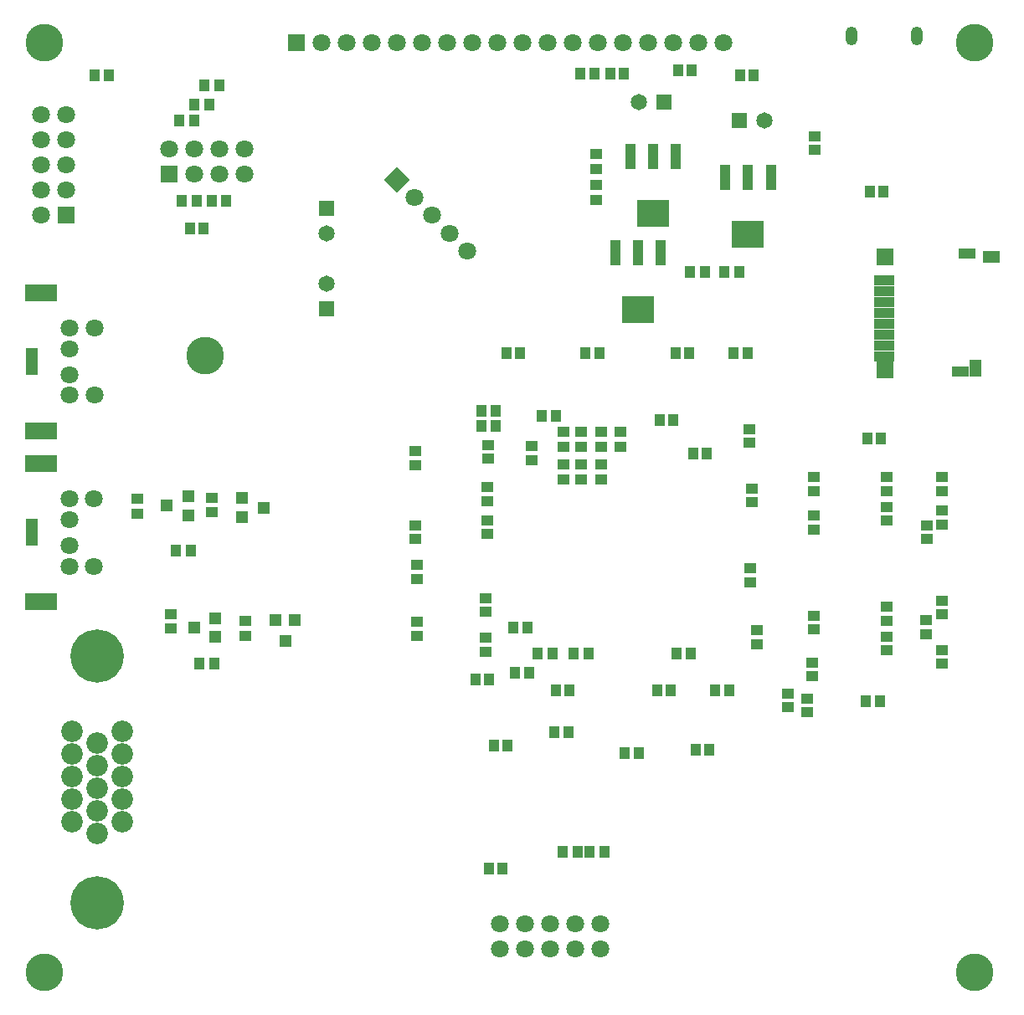
<source format=gbs>
G04 Layer_Color=16711935*
%FSLAX25Y25*%
%MOIN*%
G70*
G01*
G75*
%ADD85R,0.04724X0.03937*%
%ADD86R,0.03937X0.04724*%
%ADD87R,0.07087X0.07087*%
%ADD88R,0.05118X0.04724*%
%ADD89R,0.04724X0.05118*%
%ADD90R,0.04331X0.04724*%
%ADD94R,0.04724X0.04331*%
%ADD97O,0.04724X0.07480*%
%ADD98C,0.07087*%
%ADD99P,0.10022X4X360.0*%
%ADD100C,0.14961*%
%ADD101R,0.07087X0.07087*%
%ADD102C,0.06496*%
%ADD103R,0.06496X0.06496*%
%ADD104R,0.06496X0.06496*%
%ADD105C,0.08581*%
%ADD106C,0.21181*%
%ADD107R,0.12992X0.07087*%
%ADD108R,0.04724X0.11024*%
%ADD109R,0.07094X0.05123*%
%ADD110R,0.05118X0.07087*%
%ADD111R,0.06695X0.04332*%
%ADD112R,0.07091X0.04333*%
%ADD113R,0.07094X0.07094*%
%ADD114R,0.07090X0.07090*%
%ADD115R,0.08081X0.03941*%
%ADD116R,0.08078X0.03940*%
%ADD117R,0.08073X0.03938*%
%ADD118R,0.08081X0.03941*%
%ADD119R,0.08079X0.03940*%
%ADD120R,0.08077X0.03940*%
%ADD121R,0.08083X0.03942*%
%ADD122R,0.08073X0.03938*%
%ADD123R,0.03937X0.10039*%
%ADD124R,0.12992X0.11024*%
D85*
X339567Y319390D02*
D03*
Y325295D02*
D03*
X176673Y299213D02*
D03*
Y293307D02*
D03*
X147146Y292815D02*
D03*
Y298720D02*
D03*
X329724Y436024D02*
D03*
Y430118D02*
D03*
Y423720D02*
D03*
Y417815D02*
D03*
X160433Y252953D02*
D03*
Y247047D02*
D03*
X189961Y250000D02*
D03*
Y244094D02*
D03*
X316929Y325295D02*
D03*
Y319390D02*
D03*
Y312500D02*
D03*
Y306594D02*
D03*
X331693Y325295D02*
D03*
Y319390D02*
D03*
X323819Y325295D02*
D03*
Y319390D02*
D03*
Y312500D02*
D03*
Y306594D02*
D03*
X331693Y312500D02*
D03*
Y306594D02*
D03*
D86*
X179626Y463583D02*
D03*
X173721D02*
D03*
X175689Y455709D02*
D03*
X169783D02*
D03*
X169783Y449311D02*
D03*
X163878D02*
D03*
X170768Y417323D02*
D03*
X164862D02*
D03*
X182579D02*
D03*
X176673D02*
D03*
X306594Y237205D02*
D03*
X312500D02*
D03*
X320866D02*
D03*
X326772D02*
D03*
X168307Y278051D02*
D03*
X162402D02*
D03*
X177657Y233268D02*
D03*
X171752D02*
D03*
X386811Y389272D02*
D03*
X380906D02*
D03*
X373031D02*
D03*
X367126D02*
D03*
X333169Y157972D02*
D03*
X327264D02*
D03*
X316437D02*
D03*
X322343D02*
D03*
D87*
X118760Y411752D02*
D03*
D88*
X197343Y295276D02*
D03*
X188878Y299016D02*
D03*
Y291535D02*
D03*
X158858Y295965D02*
D03*
X167323Y292224D02*
D03*
Y299705D02*
D03*
X169783Y247539D02*
D03*
X178248Y243799D02*
D03*
Y251280D02*
D03*
D89*
X206004Y242028D02*
D03*
X209744Y250492D02*
D03*
X202264D02*
D03*
D90*
X340846Y468012D02*
D03*
X335335D02*
D03*
X323524Y468012D02*
D03*
X329035D02*
D03*
X438681Y421260D02*
D03*
X444193D02*
D03*
X130118Y467520D02*
D03*
X135630D02*
D03*
X173524Y406496D02*
D03*
X168012D02*
D03*
X318701Y205709D02*
D03*
X313189D02*
D03*
X368307Y316929D02*
D03*
X373819D02*
D03*
X292618Y151575D02*
D03*
X287106D02*
D03*
X361909Y237205D02*
D03*
X367421D02*
D03*
X387008Y467520D02*
D03*
X392520D02*
D03*
X362402Y469488D02*
D03*
X367914D02*
D03*
X377165Y222441D02*
D03*
X382677D02*
D03*
X281693Y226870D02*
D03*
X287205D02*
D03*
X296949Y247539D02*
D03*
X302461D02*
D03*
X289665Y333661D02*
D03*
X284154D02*
D03*
X313681Y222441D02*
D03*
X319193D02*
D03*
X384547Y356791D02*
D03*
X390059D02*
D03*
X354035Y222441D02*
D03*
X359547D02*
D03*
X360532Y330217D02*
D03*
X355020D02*
D03*
X313780Y331693D02*
D03*
X308268D02*
D03*
X284154Y327756D02*
D03*
X289665D02*
D03*
X442717Y218012D02*
D03*
X437205D02*
D03*
X437697Y322835D02*
D03*
X443209D02*
D03*
X294587Y200295D02*
D03*
X289075D02*
D03*
X341240Y197343D02*
D03*
X346752D02*
D03*
X374803Y198819D02*
D03*
X369291D02*
D03*
X325492Y356791D02*
D03*
X331004D02*
D03*
X361417Y356791D02*
D03*
X366929D02*
D03*
X293996Y356791D02*
D03*
X299508D02*
D03*
X297441Y229331D02*
D03*
X302953D02*
D03*
D94*
X445374Y238386D02*
D03*
Y243898D02*
D03*
X445374Y250197D02*
D03*
Y255709D02*
D03*
X445374Y301870D02*
D03*
Y307382D02*
D03*
X461122Y244783D02*
D03*
Y250295D02*
D03*
X467520Y252657D02*
D03*
Y258169D02*
D03*
X461614Y288189D02*
D03*
Y282677D02*
D03*
X467520Y294094D02*
D03*
Y288583D02*
D03*
Y307382D02*
D03*
Y301870D02*
D03*
X413878Y213780D02*
D03*
Y219291D02*
D03*
X390748Y321063D02*
D03*
Y326575D02*
D03*
X391240Y265453D02*
D03*
Y270965D02*
D03*
X393701Y240846D02*
D03*
Y246358D02*
D03*
X406004Y215748D02*
D03*
Y221260D02*
D03*
X416831Y437697D02*
D03*
Y443209D02*
D03*
X304134Y314173D02*
D03*
Y319685D02*
D03*
X445374Y295571D02*
D03*
Y290059D02*
D03*
X467520Y238484D02*
D03*
Y232972D02*
D03*
X416339Y292126D02*
D03*
Y286614D02*
D03*
X285925Y259154D02*
D03*
Y253642D02*
D03*
Y243406D02*
D03*
Y237894D02*
D03*
X286417Y290158D02*
D03*
Y284646D02*
D03*
Y303445D02*
D03*
Y297933D02*
D03*
X286909Y320177D02*
D03*
Y314665D02*
D03*
X391732Y297441D02*
D03*
Y302953D02*
D03*
X257874Y312205D02*
D03*
Y317717D02*
D03*
X415846Y233563D02*
D03*
Y228051D02*
D03*
X257874Y282677D02*
D03*
Y288189D02*
D03*
X258366Y266929D02*
D03*
Y272441D02*
D03*
X258366Y244291D02*
D03*
Y249803D02*
D03*
X416338Y246752D02*
D03*
Y252264D02*
D03*
X416339Y307382D02*
D03*
Y301870D02*
D03*
D97*
X431595Y483268D02*
D03*
X457579D02*
D03*
D98*
X278619Y397501D02*
D03*
X271548Y404572D02*
D03*
X264477Y411643D02*
D03*
X257406Y418714D02*
D03*
X108760Y451752D02*
D03*
X118760D02*
D03*
X108760Y441752D02*
D03*
X118760D02*
D03*
X108760Y431752D02*
D03*
X118760D02*
D03*
X108760Y421752D02*
D03*
X118760D02*
D03*
X108760Y411752D02*
D03*
X189784Y437992D02*
D03*
Y427992D02*
D03*
X179783Y437992D02*
D03*
Y427992D02*
D03*
X169783Y437992D02*
D03*
Y427992D02*
D03*
X159783Y437992D02*
D03*
X331358Y119429D02*
D03*
X321358D02*
D03*
X311358D02*
D03*
X301358D02*
D03*
X291358D02*
D03*
Y129429D02*
D03*
X301358D02*
D03*
X311358D02*
D03*
X321358D02*
D03*
X331358D02*
D03*
X220354Y480315D02*
D03*
X230354D02*
D03*
X240354D02*
D03*
X250354D02*
D03*
X260354D02*
D03*
X270354D02*
D03*
X280354D02*
D03*
X290354D02*
D03*
X300354D02*
D03*
X310354D02*
D03*
X320354D02*
D03*
X330354D02*
D03*
X340354D02*
D03*
X350354D02*
D03*
X360354D02*
D03*
X370354D02*
D03*
X380354D02*
D03*
X130020Y366732D02*
D03*
X120177D02*
D03*
X130020Y339961D02*
D03*
X120177D02*
D03*
Y348228D02*
D03*
Y358465D02*
D03*
X129921Y298721D02*
D03*
X120079D02*
D03*
X129921Y271949D02*
D03*
X120079D02*
D03*
Y280217D02*
D03*
Y290453D02*
D03*
D99*
X250335Y425785D02*
D03*
D100*
X174213Y355807D02*
D03*
X110236Y110236D02*
D03*
Y480315D02*
D03*
X480315D02*
D03*
Y110236D02*
D03*
D101*
X159783Y427992D02*
D03*
X210354Y480315D02*
D03*
D102*
X222441Y404370D02*
D03*
Y384350D02*
D03*
X346949Y456693D02*
D03*
X396811Y449311D02*
D03*
D103*
X222441Y414370D02*
D03*
Y374350D02*
D03*
D104*
X356949Y456693D02*
D03*
X386811Y449311D02*
D03*
D105*
X131063Y174534D02*
D03*
Y183550D02*
D03*
Y192565D02*
D03*
Y201581D02*
D03*
X121063Y170006D02*
D03*
Y179022D02*
D03*
Y188038D02*
D03*
Y197054D02*
D03*
X131063Y165518D02*
D03*
X121063Y206069D02*
D03*
X141063Y170006D02*
D03*
Y179022D02*
D03*
Y188038D02*
D03*
Y197054D02*
D03*
Y206069D02*
D03*
D106*
X131063Y137802D02*
D03*
Y236227D02*
D03*
D107*
X108760Y380906D02*
D03*
Y325787D02*
D03*
X108661Y312894D02*
D03*
Y257776D02*
D03*
D108*
X105217Y353346D02*
D03*
X105118Y285335D02*
D03*
D109*
X487008Y394980D02*
D03*
D110*
X480709Y350905D02*
D03*
D111*
X477362Y396555D02*
D03*
D112*
X474803Y349508D02*
D03*
D113*
X444882Y395275D02*
D03*
D114*
Y350197D02*
D03*
D115*
X444390Y355315D02*
D03*
D116*
Y359646D02*
D03*
D117*
Y363976D02*
D03*
D118*
Y368307D02*
D03*
D119*
Y372638D02*
D03*
D120*
Y376969D02*
D03*
D121*
Y381299D02*
D03*
D122*
Y385630D02*
D03*
D123*
X399311Y426870D02*
D03*
X390256D02*
D03*
X381201D02*
D03*
X355512Y396850D02*
D03*
X346457D02*
D03*
X337402D02*
D03*
X361417Y435236D02*
D03*
X352362D02*
D03*
X343307D02*
D03*
D124*
X390256Y404232D02*
D03*
X346457Y374213D02*
D03*
X352362Y412598D02*
D03*
M02*

</source>
